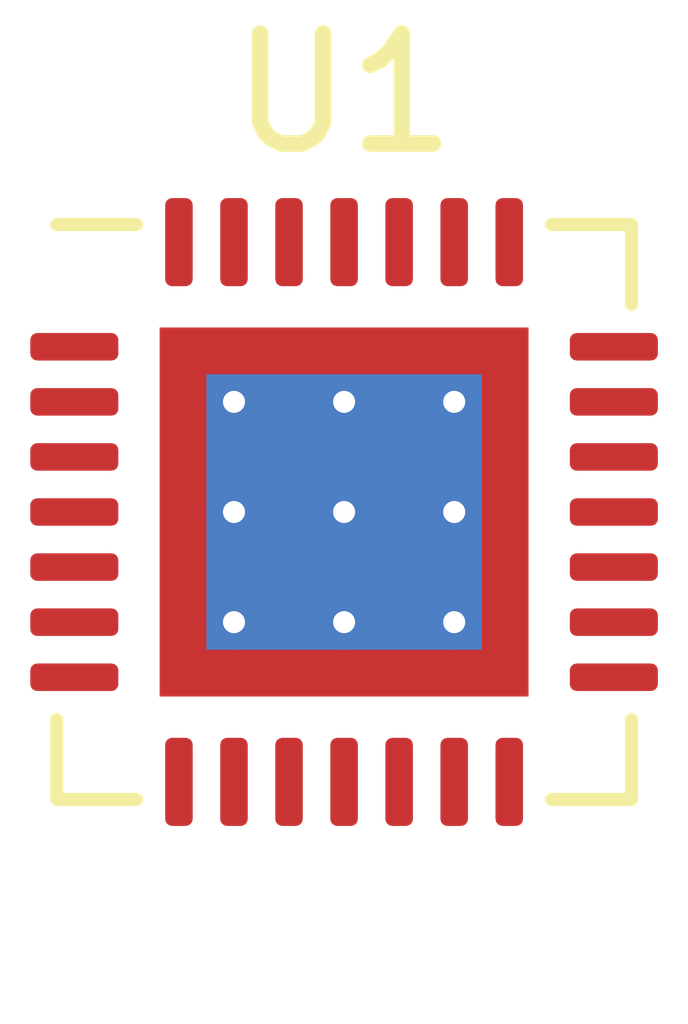
<source format=kicad_pcb>
(kicad_pcb (version 20221018) (generator pcbnew)
  (layers (0 "F.Cu" signal) (31 "B.Cu" signal) (34 "B.Paste" user) (35 "F.Paste" user) (36 "B.SilkS" user "B.Silkscreen") (37 "F.SilkS" user "F.Silkscreen") (38 "B.Mask" user) (39 "F.Mask" user) (44 "Edge.Cuts" user))
  (net 0 "")
  (net 1 "Net-(U1-Pad2)")
  (net 2 "Net-(U1-Pad28)")
  (net 3 "Net-(U1-Pad27)")
  (net 4 "Net-(U1-Pad26)")
  (net 5 "Net-(U1-Pad25)")
  (net 6 "Net-(U1-Pad24)")
  (net 7 "Net-(U1-Pad23)")
  (net 8 "Net-(U1-Pad22)")
  (net 9 "Net-(U1-Pad21)")
  (net 10 "Net-(U1-Pad20)")
  (net 11 "Net-(U1-Pad19)")
  (net 12 "Net-(U1-Pad18)")
  (net 13 "Net-(U1-Pad17)")
  (net 14 "Net-(U1-Pad16)")
  (net 15 "Net-(U1-Pad15)")
  (net 16 "Net-(U1-Pad14)")
  (net 17 "Net-(U1-Pad13)")
  (net 18 "Net-(U1-Pad12)")
  (net 19 "Net-(U1-Pad11)")
  (net 20 "Net-(U1-Pad10)")
  (net 21 "Net-(U1-Pad9)")
  (net 22 "Net-(U1-Pad8)")
  (net 23 "Net-(U1-Pad7)")
  (net 24 "Net-(U1-Pad5)")
  (net 25 "Net-(U1-Pad4)")
  (net 26 "Net-(U1-Pad3)")
  (net 27 "Net-(U1-Pad1)")
  (footprint "Package_DFN_QFN:QFN-28-1EP_5x5mm_P0.5mm_EP3.35x3.35mm_ThermalVias" (layer "F.Cu") (at 112.903 67.6148)
    (fp_text reference "U1" (at 0 -3.8) (layer "F.SilkS"))
    (fp_text value "AX5043")
    (fp_line (start -2.61 2.61) (end -2.61 1.885) (stroke (width 0.12)) (layer "F.SilkS"))
    (fp_line (start -1.885 -2.61) (end -2.61 -2.61) (stroke (width 0.12)) (layer "F.SilkS"))
    (fp_line (start -1.885 2.61) (end -2.61 2.61) (stroke (width 0.12)) (layer "F.SilkS"))
    (fp_line (start 1.885 -2.61) (end 2.61 -2.61) (stroke (width 0.12)) (layer "F.SilkS"))
    (fp_line (start 1.885 2.61) (end 2.61 2.61) (stroke (width 0.12)) (layer "F.SilkS"))
    (fp_line (start 2.61 -2.61) (end 2.61 -1.885) (stroke (width 0.12)) (layer "F.SilkS"))
    (fp_line (start 2.61 2.61) (end 2.61 1.885) (stroke (width 0.12)) (layer "F.SilkS"))
    (pad "1" smd roundrect (at -2.45 -1.5) (size 0.8 0.25) (layers "F.Cu" "F.Paste" "F.Mask") (net 27 "Net-(U1-Pad1)"))
    (pad "2" smd roundrect (at -2.45 -1) (size 0.8 0.25) (layers "F.Cu" "F.Paste" "F.Mask") (net 1 "Net-(U1-Pad2)"))
    (pad "3" smd roundrect (at -2.45 -0.5) (size 0.8 0.25) (layers "F.Cu" "F.Paste" "F.Mask") (net 26 "Net-(U1-Pad3)"))
    (pad "4" smd roundrect (at -2.45 0) (size 0.8 0.25) (layers "F.Cu" "F.Paste" "F.Mask") (net 25 "Net-(U1-Pad4)"))
    (pad "5" smd roundrect (at -2.45 0.5) (size 0.8 0.25) (layers "F.Cu" "F.Paste" "F.Mask") (net 24 "Net-(U1-Pad5)"))
    (pad "6" smd roundrect (at -2.45 1) (size 0.8 0.25) (layers "F.Cu" "F.Paste" "F.Mask") (net 1 "Net-(U1-Pad2)"))
    (pad "7" smd roundrect (at -2.45 1.5) (size 0.8 0.25) (layers "F.Cu" "F.Paste" "F.Mask") (net 23 "Net-(U1-Pad7)"))
    (pad "8" smd roundrect (at -1.5 2.45) (size 0.25 0.8) (layers "F.Cu" "F.Paste" "F.Mask") (net 22 "Net-(U1-Pad8)"))
    (pad "9" smd roundrect (at -1 2.45) (size 0.25 0.8) (layers "F.Cu" "F.Paste" "F.Mask") (net 21 "Net-(U1-Pad9)"))
    (pad "10" smd roundrect (at -0.5 2.45) (size 0.25 0.8) (layers "F.Cu" "F.Paste" "F.Mask") (net 20 "Net-(U1-Pad10)"))
    (pad "11" smd roundrect (at 0 2.45) (size 0.25 0.8) (layers "F.Cu" "F.Paste" "F.Mask") (net 19 "Net-(U1-Pad11)"))
    (pad "12" smd roundrect (at 0.5 2.45) (size 0.25 0.8) (layers "F.Cu" "F.Paste" "F.Mask") (net 18 "Net-(U1-Pad12)"))
    (pad "13" smd roundrect (at 1 2.45) (size 0.25 0.8) (layers "F.Cu" "F.Paste" "F.Mask") (net 17 "Net-(U1-Pad13)"))
    (pad "14" smd roundrect (at 1.5 2.45) (size 0.25 0.8) (layers "F.Cu" "F.Paste" "F.Mask") (net 16 "Net-(U1-Pad14)"))
    (pad "15" smd roundrect (at 2.45 1.5) (size 0.8 0.25) (layers "F.Cu" "F.Paste" "F.Mask") (net 15 "Net-(U1-Pad15)"))
    (pad "16" smd roundrect (at 2.45 1) (size 0.8 0.25) (layers "F.Cu" "F.Paste" "F.Mask") (net 14 "Net-(U1-Pad16)"))
    (pad "17" smd roundrect (at 2.45 0.5) (size 0.8 0.25) (layers "F.Cu" "F.Paste" "F.Mask") (net 13 "Net-(U1-Pad17)"))
    (pad "18" smd roundrect (at 2.45 0) (size 0.8 0.25) (layers "F.Cu" "F.Paste" "F.Mask") (net 12 "Net-(U1-Pad18)"))
    (pad "19" smd roundrect (at 2.45 -0.5) (size 0.8 0.25) (layers "F.Cu" "F.Paste" "F.Mask") (net 11 "Net-(U1-Pad19)"))
    (pad "20" smd roundrect (at 2.45 -1) (size 0.8 0.25) (layers "F.Cu" "F.Paste" "F.Mask") (net 10 "Net-(U1-Pad20)"))
    (pad "21" smd roundrect (at 2.45 -1.5) (size 0.8 0.25) (layers "F.Cu" "F.Paste" "F.Mask") (net 9 "Net-(U1-Pad21)"))
    (pad "22" smd roundrect (at 1.5 -2.45) (size 0.25 0.8) (layers "F.Cu" "F.Paste" "F.Mask") (net 8 "Net-(U1-Pad22)"))
    (pad "23" smd roundrect (at 1 -2.45) (size 0.25 0.8) (layers "F.Cu" "F.Paste" "F.Mask") (net 7 "Net-(U1-Pad23)"))
    (pad "24" smd roundrect (at 0.5 -2.45) (size 0.25 0.8) (layers "F.Cu" "F.Paste" "F.Mask") (net 6 "Net-(U1-Pad24)"))
    (pad "25" smd roundrect (at 0 -2.45) (size 0.25 0.8) (layers "F.Cu" "F.Paste" "F.Mask") (net 5 "Net-(U1-Pad25)"))
    (pad "26" smd roundrect (at -0.5 -2.45) (size 0.25 0.8) (layers "F.Cu" "F.Paste" "F.Mask") (net 4 "Net-(U1-Pad26)"))
    (pad "27" smd roundrect (at -1 -2.45) (size 0.25 0.8) (layers "F.Cu" "F.Paste" "F.Mask") (net 3 "Net-(U1-Pad27)"))
    (pad "28" smd roundrect (at -1.5 -2.45) (size 0.25 0.8) (layers "F.Cu" "F.Paste" "F.Mask") (net 2 "Net-(U1-Pad28)"))
    (pad "29" thru_hole circle (at -1 -1) (size 0.5 0.5) (drill 0.2) (layers "*.Cu") (net 1 "Net-(U1-Pad2)"))
    (pad "29" thru_hole circle (at -1 0) (size 0.5 0.5) (drill 0.2) (layers "*.Cu") (net 1 "Net-(U1-Pad2)"))
    (pad "29" thru_hole circle (at -1 1) (size 0.5 0.5) (drill 0.2) (layers "*.Cu") (net 1 "Net-(U1-Pad2)"))
    (pad "29" thru_hole circle (at 0 -1) (size 0.5 0.5) (drill 0.2) (layers "*.Cu") (net 1 "Net-(U1-Pad2)"))
    (pad "29" thru_hole circle (at 0 0) (size 0.5 0.5) (drill 0.2) (layers "*.Cu") (net 1 "Net-(U1-Pad2)"))
    (pad "29" smd rect (at 0 0) (size 2.5 2.5) (layers "B.Cu") (net 1 "Net-(U1-Pad2)"))
    (pad "29" smd rect (at 0 0) (size 3.35 3.35) (layers "F.Cu" "F.Mask") (net 1 "Net-(U1-Pad2)"))
    (pad "29" thru_hole circle (at 0 1) (size 0.5 0.5) (drill 0.2) (layers "*.Cu") (net 1 "Net-(U1-Pad2)"))
    (pad "29" thru_hole circle (at 1 -1) (size 0.5 0.5) (drill 0.2) (layers "*.Cu") (net 1 "Net-(U1-Pad2)"))
    (pad "29" thru_hole circle (at 1 0) (size 0.5 0.5) (drill 0.2) (layers "*.Cu") (net 1 "Net-(U1-Pad2)"))
    (pad "29" thru_hole circle (at 1 1) (size 0.5 0.5) (drill 0.2) (layers "*.Cu") (net 1 "Net-(U1-Pad2)"))
  )
)
</source>
